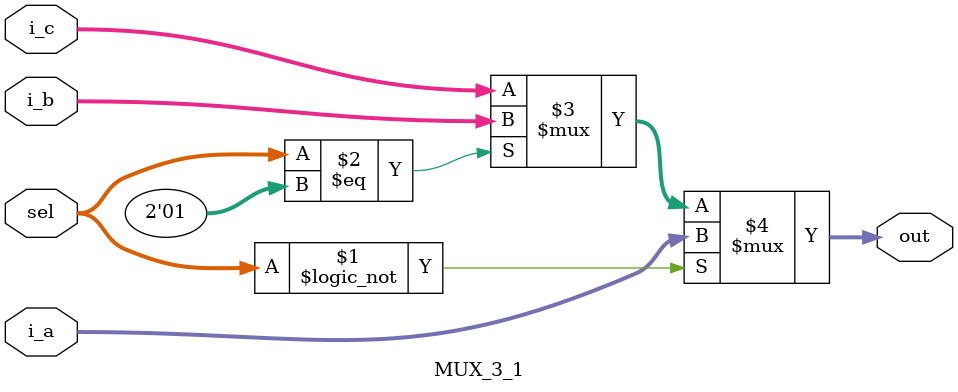
<source format=v>
`timescale 1ns / 1ps

/*
 * Author:		李扬名.
 * StartTime:	18/11/10
 * Software:	Xilins-ISE
 * Editor:		Sublime
 * FileName:	MUX.v
 * FileType:	source
 * LastModify:	18/11/10
 */


// 多路选择器: 2 选 1.
module MUX_2_1(
		i_a, i_b, sel, out
    );

	parameter DATA_SIZE = 32;

	input wire [DATA_SIZE-1:0] i_a;			// 定义 2 个输入信号.
	input wire [DATA_SIZE-1:0] i_b;
	input wire sel;							// 定义多路选择信号.

	output wire [DATA_SIZE-1:0] out;		// 定义输出信号.

	assign out = sel == 1'b0 ? i_a : i_b;

endmodule


// 多路选择器: 3 选 1.
module MUX_3_1(
		i_a, i_b, i_c, sel, out
	);

	parameter DATA_SIZE = 32;

	input wire [DATA_SIZE-1:0] i_a;
	input wire [DATA_SIZE-1:0] i_b;
	input wire [DATA_SIZE-1:0] i_c;
	input wire [1:0] sel;

	output wire [DATA_SIZE-1:0] out;

	assign out = sel == 2'b00 ? i_a :
				 sel == 2'b01 ? i_b :
				 i_c;						// sel=2 或 sel=3 都输出 i_c.

endmodule

</source>
